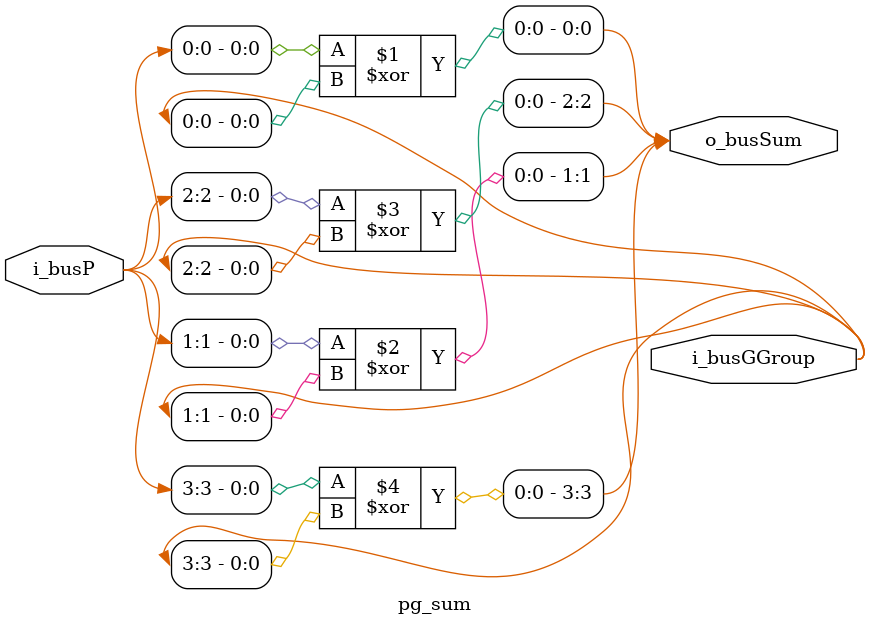
<source format=v>
`timescale 1ns / 1ps


module adder1half(
    input i_bitA,
    input i_bitB,
    output o_sum,
    output o_cout
  );

    assign o_sum = i_bitA ^ i_bitB;
    assign o_cout = i_bitA & i_bitB;
endmodule

module adder1full(
    input i_bitA,
    input i_bitB,
    input i_bitCin,
    output o_sum,
    output o_cout
  );

    // wire w_wire1
    // wire w_wire2
    // assign w_wire1 = i_bitA ^ i_bitB;
    // assign o_sum = w_wire1 ^ i_bitCin;
    // assign o_cout = w_wire1 * i_bitCin | i_bitA & i_bitB;

    assign o_sum = i_bitA ^ i_bitB ^ i_bitCin;
    assign o_cout = i_bitA & i_bitB | i_bitA & i_bitCin | i_bitB & i_bitCin;
endmodule

module pg_gen #(
    parameter WIDTH = 32
  )(
    input [WIDTH-1:0] i_busA,
    input [WIDTH-1:0] i_busB,
    output [WIDTH-1:0] o_busG,
    output [WIDTH-1:0] o_busP
  );
  
  genvar ii;
  for(ii=0; ii<WIDTH; ii=ii+1) begin
    assign o_busG[ii] = i_busA[ii] & i_busB[ii];
    assign o_busP[ii] = i_busA[ii] ^ i_busB[ii];
  end
endmodule

module pg_black #(
    parameter RADIX = 2
  )(
    input [RADIX-1:0] i_busG,
    input [RADIX-1:0] i_busP,
    output o_bitG,
    output o_bitP
  );
  
  pg_gray #(.RADIX(RADIX)) pg_gray (
      .i_busG  (i_busG),
      .i_busP  (i_busP[RADIX-2:0]),
      .o_bitG  (o_bitG)
  );
  
  assign o_bitP = &i_busP;
endmodule

module pg_gray #(
    parameter RADIX = 2
  )(
    input [RADIX-1:0] i_busG,
    input [RADIX-1:1] i_busP,
    output o_bitG
  );
  
    wire [RADIX-1:1] w_ggroup;
      
    genvar ii;
    for(ii=1; ii<RADIX; ii=ii+1) begin
        assign w_ggroup[ii] = i_busG[ii] | (i_busP[ii] & i_busG[ii-1]);
    end
    assign o_bitG = w_ggroup[RADIX-1];
endmodule

module pg_sum #(
    parameter WIDTH = 4
  )(
    input  [WIDTH-1:0] i_busP,
    output [WIDTH-1:0] i_busGGroup,
    output [WIDTH-1:0] o_busSum
  );
  
  genvar ii;
  for(ii=0; ii<WIDTH; ii=ii+1) begin
    assign o_busSum[ii] = i_busP[ii] ^ i_busGGroup[ii];
  end
endmodule
</source>
